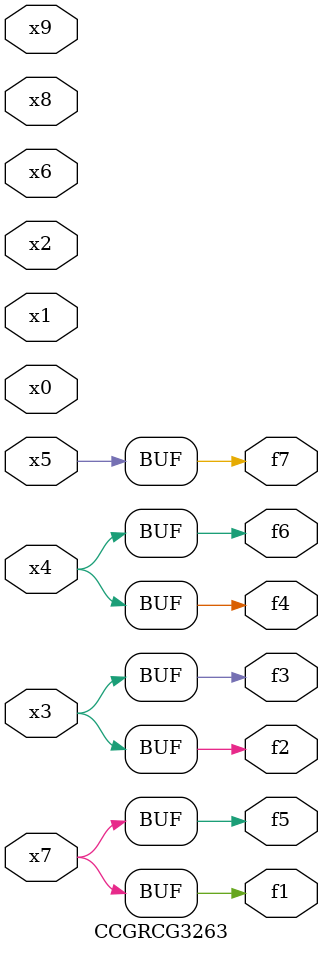
<source format=v>
module CCGRCG3263(
	input x0, x1, x2, x3, x4, x5, x6, x7, x8, x9,
	output f1, f2, f3, f4, f5, f6, f7
);
	assign f1 = x7;
	assign f2 = x3;
	assign f3 = x3;
	assign f4 = x4;
	assign f5 = x7;
	assign f6 = x4;
	assign f7 = x5;
endmodule

</source>
